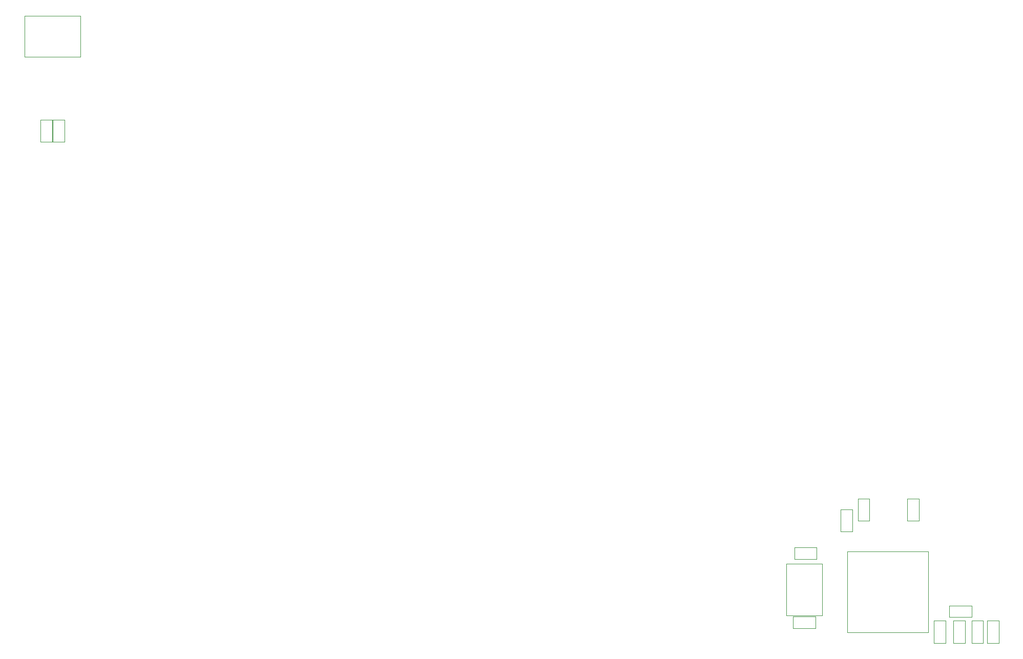
<source format=gbr>
G04 #@! TF.GenerationSoftware,KiCad,Pcbnew,(5.1.5)-3*
G04 #@! TF.CreationDate,2020-03-18T20:23:38-05:00*
G04 #@! TF.ProjectId,Advanced-PCB,41647661-6e63-4656-942d-5043422e6b69,rev?*
G04 #@! TF.SameCoordinates,Original*
G04 #@! TF.FileFunction,Other,User*
%FSLAX46Y46*%
G04 Gerber Fmt 4.6, Leading zero omitted, Abs format (unit mm)*
G04 Created by KiCad (PCBNEW (5.1.5)-3) date 2020-03-18 20:23:38*
%MOMM*%
%LPD*%
G04 APERTURE LIST*
%ADD10C,0.050000*%
%ADD11C,0.100000*%
G04 APERTURE END LIST*
D10*
X182950000Y-139650000D02*
X186650000Y-139650000D01*
X182950000Y-137750000D02*
X182950000Y-139650000D01*
X186650000Y-137750000D02*
X182950000Y-137750000D01*
X186650000Y-139650000D02*
X186650000Y-137750000D01*
X161050000Y-128150000D02*
X157350000Y-128150000D01*
X161050000Y-130050000D02*
X161050000Y-128150000D01*
X157350000Y-130050000D02*
X161050000Y-130050000D01*
X157350000Y-128150000D02*
X157350000Y-130050000D01*
X157150000Y-141450000D02*
X160850000Y-141450000D01*
X157150000Y-139550000D02*
X157150000Y-141450000D01*
X160850000Y-139550000D02*
X157150000Y-139550000D01*
X160850000Y-141450000D02*
X160850000Y-139550000D01*
X165050000Y-121825000D02*
X165050000Y-125525000D01*
X166950000Y-121825000D02*
X165050000Y-121825000D01*
X166950000Y-125525000D02*
X166950000Y-121825000D01*
X165050000Y-125525000D02*
X166950000Y-125525000D01*
X188550000Y-143950000D02*
X188550000Y-140250000D01*
X186650000Y-143950000D02*
X188550000Y-143950000D01*
X186650000Y-140250000D02*
X186650000Y-143950000D01*
X188550000Y-140250000D02*
X186650000Y-140250000D01*
X185550000Y-143950000D02*
X185550000Y-140250000D01*
X183650000Y-143950000D02*
X185550000Y-143950000D01*
X183650000Y-140250000D02*
X183650000Y-143950000D01*
X185550000Y-140250000D02*
X183650000Y-140250000D01*
X182350000Y-143950000D02*
X182350000Y-140250000D01*
X180450000Y-143950000D02*
X182350000Y-143950000D01*
X180450000Y-140250000D02*
X180450000Y-143950000D01*
X182350000Y-140250000D02*
X180450000Y-140250000D01*
X166100000Y-128800000D02*
X179500000Y-128800000D01*
X166100000Y-142200000D02*
X179500000Y-142200000D01*
X179500000Y-142200000D02*
X179500000Y-128800000D01*
X166100000Y-142200000D02*
X166100000Y-128800000D01*
X169750000Y-120050000D02*
X167850000Y-120050000D01*
X167850000Y-120050000D02*
X167850000Y-123750000D01*
X167850000Y-123750000D02*
X169750000Y-123750000D01*
X169750000Y-123750000D02*
X169750000Y-120050000D01*
X32800000Y-57400000D02*
X32800000Y-61100000D01*
X34700000Y-57400000D02*
X32800000Y-57400000D01*
X34700000Y-61100000D02*
X34700000Y-57400000D01*
X32800000Y-61100000D02*
X34700000Y-61100000D01*
X162000000Y-130850000D02*
X156000000Y-130850000D01*
X162000000Y-139350000D02*
X162000000Y-130850000D01*
X156000000Y-139350000D02*
X162000000Y-139350000D01*
X156000000Y-130850000D02*
X156000000Y-139350000D01*
X177950000Y-123750000D02*
X177950000Y-120050000D01*
X176050000Y-123750000D02*
X177950000Y-123750000D01*
X176050000Y-120050000D02*
X176050000Y-123750000D01*
X177950000Y-120050000D02*
X176050000Y-120050000D01*
X34800000Y-57400000D02*
X34800000Y-61100000D01*
X36700000Y-57400000D02*
X34800000Y-57400000D01*
X36700000Y-61100000D02*
X36700000Y-57400000D01*
X34800000Y-61100000D02*
X36700000Y-61100000D01*
D11*
X30150000Y-40200000D02*
X39350000Y-40200000D01*
X30150000Y-40200000D02*
X30150000Y-47000000D01*
X39350000Y-40200000D02*
X39350000Y-47000000D01*
X30150000Y-47000000D02*
X39350000Y-47000000D01*
D10*
X191150000Y-143950000D02*
X191150000Y-140250000D01*
X189250000Y-143950000D02*
X191150000Y-143950000D01*
X189250000Y-140250000D02*
X189250000Y-143950000D01*
X191150000Y-140250000D02*
X189250000Y-140250000D01*
M02*

</source>
